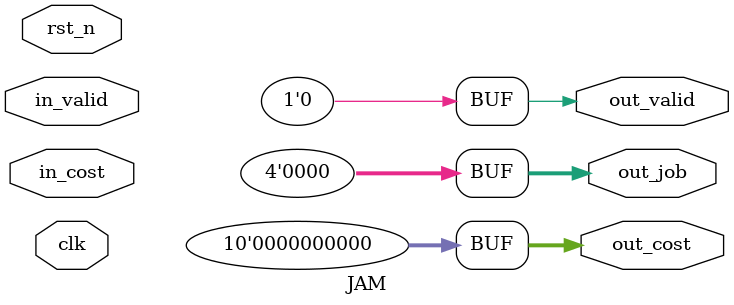
<source format=sv>
module JAM(
  // Input signals
	clk,
	rst_n,
    in_valid,
    in_cost,
  // Output signals
	out_valid,
    out_job,
	out_cost
);

//---------------------------------------------------------------------
//   INPUT AND OUTPUT DECLARATION                         
//---------------------------------------------------------------------
input clk, rst_n, in_valid;
input [6:0] in_cost;
output logic out_valid;
output logic [3:0] out_job;
output logic [9:0] out_cost;
 
//---------------------------------------------------------------------
//   LOGIC DECLARATION
//---------------------------------------------------------------------
logic [2:0] cnt, cnt_comb, cnt_row, cnt_row_comb;
logic [3:0] row_zero[7:0], row_zero_comb[7:0], col_zero[7:0], col_zero_comb[7:0];
logic [2:0] cur_state, nxt_state;
logic [6:0] row_min, row_min_comb;
logic [6:0] col_min, col_min_comb;
logic [6:0] job_cost[7:0][7:0], job_cost_comb[7:0][7:0];
logic [6:0] mask[7:0][7:0], mask_comb[7:0][7:0];
logic [6:0] a0, a1, a2, a3, b0, b1;
logic [6:0] minus, minus_comb;
//---------------------------------------------------------------------
//   PARAMETER DECLARATION
//---------------------------------------------------------------------
parameter S_idle = 3'd0;
parameter S_row = 3'd1;
parameter S_col = 3'd2;
parameter S_count = 3'd3;
//paremeter S_line = 3'd4;
parameter S_more_zero = 3'd5;
parameter S_out = 3'd6;
//---------------------------------------------------------------------
//   Your design                        
//---------------------------------------------------------------------
always_ff @(posedge clk or negedge rst_n) begin
	if(!rst_n) begin
		for (int i=0;i<8;i++) begin
			for (int j=0;j<8; j++) begin
				job_cost[i][j] <= 0;
			end
		end
	end else begin
		for (int i=0;i<8;i++) begin
			for (int j=0;j<8; j++) begin
				job_cost[i][j] <= job_cost_comb[i][j];
			end
		end
	end
end

always_comb begin 
	if(in_valid) begin
		job_cost_comb[7][7] = in_cost;
		job_cost_comb[7][6] = job_cost[7][7];
		job_cost_comb[7][5] = job_cost[7][6];
		job_cost_comb[7][4] = job_cost[7][5];
		job_cost_comb[7][3] = job_cost[7][4];
		job_cost_comb[7][2] = job_cost[7][3];
		job_cost_comb[7][1] = job_cost[7][2];
		job_cost_comb[7][0] = job_cost[7][1];
		job_cost_comb[6][7] = job_cost[7][0];
		job_cost_comb[6][6] = job_cost[6][7];
		job_cost_comb[6][5] = job_cost[6][6];
		job_cost_comb[6][4] = job_cost[6][5];
		job_cost_comb[6][3] = job_cost[6][4];
		job_cost_comb[6][2] = job_cost[6][3];
		job_cost_comb[6][1] = job_cost[6][2];
		job_cost_comb[6][0] = job_cost[6][1];
		job_cost_comb[5][7] = job_cost[6][0];
		job_cost_comb[5][6] = job_cost[5][7];
		job_cost_comb[5][5] = job_cost[5][6];
		job_cost_comb[5][4] = job_cost[5][5];
		job_cost_comb[5][3] = job_cost[5][4];
		job_cost_comb[5][2] = job_cost[5][3];
		job_cost_comb[5][1] = job_cost[5][2];
		job_cost_comb[5][0] = job_cost[5][1];
		job_cost_comb[4][7] = job_cost[5][0];
		job_cost_comb[4][6] = job_cost[4][7];
		job_cost_comb[4][5] = job_cost[4][6];
		job_cost_comb[4][4] = job_cost[4][5];
		job_cost_comb[4][3] = job_cost[4][4];
		job_cost_comb[4][2] = job_cost[4][3];
		job_cost_comb[4][1] = job_cost[4][2];
		job_cost_comb[4][0] = job_cost[4][1];
		job_cost_comb[3][7] = job_cost[4][0];
		job_cost_comb[3][6] = job_cost[3][7];
		job_cost_comb[3][5] = job_cost[3][6];
		job_cost_comb[3][4] = job_cost[3][5];
		job_cost_comb[3][3] = job_cost[3][4];
		job_cost_comb[3][2] = job_cost[3][3];
		job_cost_comb[3][1] = job_cost[3][2];
		job_cost_comb[3][0] = job_cost[3][1];
		job_cost_comb[2][7] = job_cost[3][0];
		job_cost_comb[2][6] = job_cost[2][7];
		job_cost_comb[2][5] = job_cost[2][6];
		job_cost_comb[2][4] = job_cost[2][5];
		job_cost_comb[2][3] = job_cost[2][4];
		job_cost_comb[2][2] = job_cost[2][3];
		job_cost_comb[2][1] = job_cost[2][2];
		job_cost_comb[2][0] = job_cost[2][1];
		job_cost_comb[1][7] = job_cost[2][0];
		job_cost_comb[1][6] = job_cost[1][7];
		job_cost_comb[1][5] = job_cost[1][6];
		job_cost_comb[1][4] = job_cost[1][5];
		job_cost_comb[1][3] = job_cost[1][4];
		job_cost_comb[1][2] = job_cost[1][3];
		job_cost_comb[1][1] = job_cost[1][2];
		job_cost_comb[1][0] = job_cost[1][1];
		job_cost_comb[0][7] = job_cost[1][0];
		job_cost_comb[0][6] = job_cost[0][7];
		job_cost_comb[0][5] = job_cost[0][6];
		job_cost_comb[0][4] = job_cost[0][5];
		job_cost_comb[0][3] = job_cost[0][4];
		job_cost_comb[0][2] = job_cost[0][3];
		job_cost_comb[0][1] = job_cost[0][2];
		job_cost_comb[0][0] = job_cost[0][1];
	end else begin
		for (int i=0;i<8;i++) begin
			for (int j=0;j<8; j++) begin
				job_cost_comb[i][j] = job_cost[i][j];
			end
		end
	end
end

always_ff @(posedge clk or negedge rst_n) begin
	if(!rst_n) begin
		cur_state <= 0;
	end else begin
		cur_state <= nxt_state;
	end
end
always_comb begin
	case(cur_state)
		S_idle: nxt_state = in_valid ? S_row : S_idle;
		S_row: nxt_state = ((!in_valid) && (&cnt)) ? S_col : S_row;
		S_col: nxt_state = ((!in_valid) && (&cnt)) ? S_count : S_col;
	endcase
end

always_ff @(posedge clk or negedge rst_n) begin
	if(!rst_n) begin
		cnt <= 0;
	end else begin
		cnt <= cnt_comb;
	end
end
always_comb begin
	if(&cnt)
		cnt_comb = 0;
	else if (nxt_state != S_idle)
		cnt_comb = cnt + 1;
	else
		cnt_comb = 0;
end
always_ff @(posedge clk or negedge rst_n) begin
	if(!rst_n) begin
		cnt_row <= 0;
	end else begin
		cnt_row <= cnt_row_comb;
	end
end
always_comb begin
	if((nxt_state == S_count)) begin
		if(&cnt)
			cnt_row_comb = cnt_row + 1;
		else
			cnt_row_comb = cnt_row;
	end else
		cnt_row_comb = 0;
end

always_ff @(posedge clk or negedge rst_n) begin
	if(!rst_n) begin
		row_min <= 0;
	end else begin
		row_min <= row_min_comb;
	end
end
always_comb begin
	if(cnt == 0)
		row_min_comb = in_cost;
	else if(in_cost < row_min)
		row_min_comb = in_cost;
	else
		row_min_comb = row_min;
end

always_ff @(posedge clk or negedge rst_n) begin
	if(!rst_n) begin
		for (int i=0;i<8;i++) begin
			col_min[i] <= 0;
		end
	end else begin
		for (int i=0;i<8;i++) begin
			col_min[i] <= col_min_comb[i];
		end
	end
end
assign a0 = (mask_comb[cnt][0] < mask_comb[cnt][1]) ? mask_comb[cnt][0] : mask_comb[cnt][1];
assign a1 = (mask_comb[cnt][2] < mask_comb[cnt][3]) ? mask_comb[cnt][2] : mask_comb[cnt][3];
assign a2 = (mask_comb[cnt][4] < mask_comb[cnt][5]) ? mask_comb[cnt][4] : mask_comb[cnt][5];
assign a3 = (mask_comb[cnt][6] < mask_comb[cnt][7]) ? mask_comb[cnt][6] : mask_comb[cnt][7];
assign b0 = (a0 < a1) ? a0 : a1;
assign b1 = (a2 < a3) ? a2 : a3;
assign col_min_comb = (b0 < b1) ? b0 : b1;

always_ff @(posedge clk or negedge rst_n) begin
	if(!rst_n) begin
		minus <= 0;
	end else begin
		minus <= minus_comb;
	end
end
always_comb begin
	if(&cnt)
		minus_comb = row_min_comb;
	else 
		minus_comb = minus;
end

always_ff @(posedge clk or negedge rst_n) begin
	if(!rst_n) begin
		for (int i=0;i<8;i++) begin
			row_zero[i] <= 0;
		end
	end else begin
		for (int i=0;i<8;i++) begin
			row_zero[i] <= row_zero_comb[i];
		end
	end
end
always_comb begin
	if(nxt_state == S_count) begin
		if(mask[cnt_row_comb][cnt] == 0)
			row_zero_comb[cnt_row_comb] = row_zero[cnt_row_comb] + 1;
		else
			row_zero_comb[cnt_row_comb] = row_zero[cnt_row_comb];
	end else begin
		for (int i=0;i<8;i++) begin
			row_zero_comb[i] = 0;
		end
	end
end

always_ff @(posedge clk or negedge rst_n) begin
	if(!rst_n) begin
		for (int i=0;i<8;i++) begin
			col_zero[i] <= 0;
		end
	end else begin
		for (int i=0;i<8;i++) begin
			col_zero[i] <= col_zero_comb[i];
		end
	end
end
always_comb begin
	if(nxt_state == S_count) begin
		if(mask[cnt_row_comb][cnt] == 0)
			col_zero_comb[cnt] = col_zero[cnt] + 1;
		else
			col_zero_comb[cnt] = col_zero[cnt];
	end else begin
		for (int i=0;i<8;i++) begin
			col_zero_comb[i] = 0;
		end
	end
end

always_ff @(posedge clk or negedge rst_n) begin
	if(!rst_n) begin
		for (int i=0;i<8; i++) begin
			for (int j=0;j<8;j++) begin
				mask[i][j] <= 0;
			end
		end
	end else begin
		for (int i=0;i<8;i++) begin
			for (int j=0;j<8;j++) begin
				mask[i][j] <= mask_comb[i][j];
			end
		end
	end
end

always_comb begin
	case(nxt_state)
		S_row: begin 
			mask_comb[7][7] = job_cost_comb[7][0] - minus;
			mask_comb[7][6] = mask[7][7];
			mask_comb[7][5] = mask[7][6];
			mask_comb[7][4] = mask[7][5];
			mask_comb[7][3] = mask[7][4];
			mask_comb[7][2] = mask[7][3];
			mask_comb[7][1] = mask[7][2];
			mask_comb[7][0] = mask[7][1];
			mask_comb[6][7] = mask[7][0];
			mask_comb[6][6] = mask[6][7];
			mask_comb[6][5] = mask[6][6];
			mask_comb[6][4] = mask[6][5];
			mask_comb[6][3] = mask[6][4];
			mask_comb[6][2] = mask[6][3];
			mask_comb[6][1] = mask[6][2];
			mask_comb[6][0] = mask[6][1];
			mask_comb[5][7] = mask[6][0];
			mask_comb[5][6] = mask[5][7];
			mask_comb[5][5] = mask[5][6];
			mask_comb[5][4] = mask[5][5];
			mask_comb[5][3] = mask[5][4];
			mask_comb[5][2] = mask[5][3];
			mask_comb[5][1] = mask[5][2];
			mask_comb[5][0] = mask[5][1];
			mask_comb[4][7] = mask[5][0];
			mask_comb[4][6] = mask[4][7];
			mask_comb[4][5] = mask[4][6];
			mask_comb[4][4] = mask[4][5];
			mask_comb[4][3] = mask[4][4];
			mask_comb[4][2] = mask[4][3];
			mask_comb[4][1] = mask[4][2];
			mask_comb[4][0] = mask[4][1];
			mask_comb[3][7] = mask[4][0];
			mask_comb[3][6] = mask[3][7];
			mask_comb[3][5] = mask[3][6];
			mask_comb[3][4] = mask[3][5];
			mask_comb[3][3] = mask[3][4];
			mask_comb[3][2] = mask[3][3];
			mask_comb[3][1] = mask[3][2];
			mask_comb[3][0] = mask[3][1];
			mask_comb[2][7] = mask[3][0];
			mask_comb[2][6] = mask[2][7];
			mask_comb[2][5] = mask[2][6];
			mask_comb[2][4] = mask[2][5];
			mask_comb[2][3] = mask[2][4];
			mask_comb[2][2] = mask[2][3];
			mask_comb[2][1] = mask[2][2];
			mask_comb[2][0] = mask[2][1];
			mask_comb[1][7] = mask[2][0];
			mask_comb[1][6] = mask[1][7];
			mask_comb[1][5] = mask[1][6];
			mask_comb[1][4] = mask[1][5];
			mask_comb[1][3] = mask[1][4];
			mask_comb[1][2] = mask[1][3];
			mask_comb[1][1] = mask[1][2];
			mask_comb[1][0] = mask[1][1];
			mask_comb[0][7] = mask[1][0];
			mask_comb[0][6] = mask[0][7];
			mask_comb[0][5] = mask[0][6];
			mask_comb[0][4] = mask[0][5];
			mask_comb[0][3] = mask[0][4];
			mask_comb[0][2] = mask[0][3];
			mask_comb[0][1] = mask[0][2];
			mask_comb[0][0] = mask[0][1];
		end
		S_col: begin 
			for (int i=0;i<8;i++) begin
				mask_comb[cnt[2:0]][i] = mask[cnt[2:0]][i] - col_min_comb;
			end
		end
	endcase
end

assign out_job = 0;
assign out_cost = 0;
assign out_valid = 0;
endmodule
</source>
